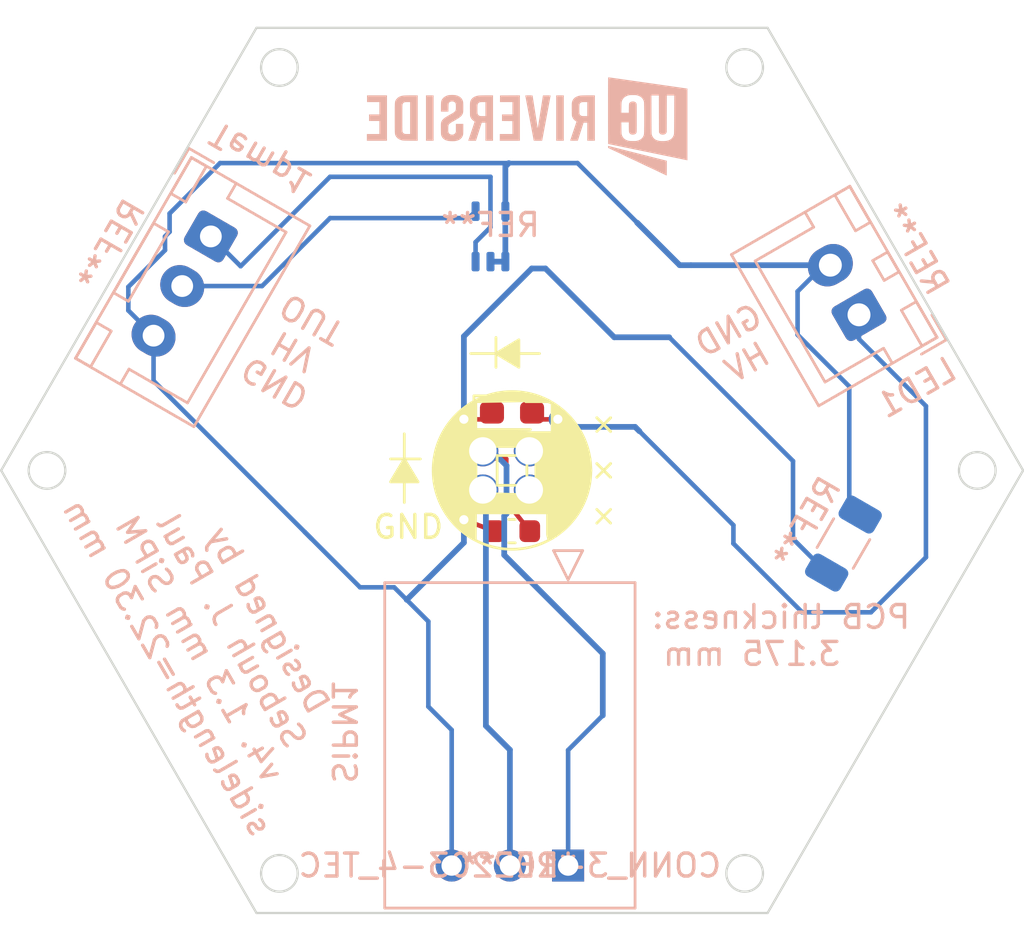
<source format=kicad_pcb>
(kicad_pcb (version 20240108) (generator "pcbnew") (generator_version "8.0")
  (layers (0 "F.Cu" signal) (31 "B.Cu" signal) (34 "B.Paste" user) (35 "F.Paste" user) (36 "B.SilkS" user "B.Silkscreen") (37 "F.SilkS" user "F.Silkscreen") (38 "B.Mask" user) (39 "F.Mask" user) (44 "Edge.Cuts" user))
  (net 0 "")
  (net 1 "SiPM_C")
  (net 2 "SiPM_A")
  (net 3 "LED_A")
  (net 4 "LED_C")
  (net 5 "GND")
  (net 6 "TMP_OUT")
  (net 7 "TMP_VDD")
  (footprint "SiPM:S14160-1315PS_dimple_silkscreen_with_LED_and_capacitor_POGO" (layer "F.Cu") (at 103.74 58.01)
    (property "Reference" "REF**" (hide yes))
    (property "Value" "S14160-3015PS" (hide yes))
    (fp_line (start -2.1 -2.235) (end -0.875 -2.22) (stroke (width 0.2)) (layer "F.Cu"))
    (fp_line (start -1.2725 -0.55) (end -0.25 -0.5) (stroke (width 0.2)) (layer "F.Cu"))
    (fp_line (start -0.775 2.65) (end -2.100004 2.15001) (stroke (width 0.2)) (layer "F.Cu"))
    (fp_line (start -0.25 -0.5) (end -0.25 1.35) (stroke (width 0.2)) (layer "F.Cu"))
    (fp_line (start -0.25 1.35) (end 0.775 2.65) (stroke (width 0.2)) (layer "F.Cu"))
    (fp_line (start 0.875 -2.22) (end 2 -2.235) (stroke (width 0.2)) (layer "F.Cu"))
    (fp_line (start -5.3 -0.5) (end -4 -0.5) (stroke (width 0.12)) (layer "F.SilkS"))
    (fp_line (start -4.7 -1.6) (end -4.7 1.4) (stroke (width 0.12)) (layer "F.SilkS"))
    (fp_line (start -1.8 -5.1) (end 1.2 -5.1) (stroke (width 0.12)) (layer "F.SilkS"))
    (fp_line (start -1.66 -3.255) (end -1.66 -1.785) (stroke (width 0.12)) (layer "F.SilkS"))
    (fp_line (start -1.66 -1.785) (end 0.8 -1.785) (stroke (width 0.12)) (layer "F.SilkS"))
    (fp_line (start -1.58 1.05) (end -1.58 -1.05) (stroke (width 0.12)) (layer "F.SilkS"))
    (fp_line (start -1.58 1.05) (end 1.05 1.05) (stroke (width 0.12)) (layer "F.SilkS"))
    (fp_line (start -0.7 -4.5) (end -0.7 -5.8) (stroke (width 0.12)) (layer "F.SilkS"))
    (fp_line (start -0.14058 2.14) (end 0.14058 2.14) (stroke (width 0.12)) (layer "F.SilkS"))
    (fp_line (start -0.14058 3.16) (end 0.14058 3.16) (stroke (width 0.12)) (layer "F.SilkS"))
    (fp_line (start 0.6 -3) (end 1.65 -3) (stroke (width 0.12)) (layer "F.SilkS"))
    (fp_line (start 0.8 -3.255) (end -1.66 -3.255) (stroke (width 0.12)) (layer "F.SilkS"))
    (fp_line (start 1.05 -1.05) (end -1.58 -1.05) (stroke (width 0.12)) (layer "F.SilkS"))
    (fp_line (start 1.05 -1.05) (end 1.05 1.05) (stroke (width 0.12)) (layer "F.SilkS"))
    (fp_line (start 1.1 -3.2) (end 1.7 -2.95) (stroke (width 0.12)) (layer "F.SilkS"))
    (fp_line (start 1.6 -3.05) (end 0.9 -3.05) (stroke (width 0.12)) (layer "F.SilkS"))
    (fp_line (start 3.7 -2.3) (end 4 -2) (stroke (width 0.12)) (layer "F.SilkS"))
    (fp_line (start 3.7 -0.3) (end 4 0) (stroke (width 0.12)) (layer "F.SilkS"))
    (fp_line (start 4 -2) (end 3.7 -2.3) (stroke (width 0.12)) (layer "F.SilkS"))
    (fp_line (start 4 -2) (end 3.7 -1.7) (stroke (width 0.12)) (layer "F.SilkS"))
    (fp_line (start 4 -2) (end 4.3 -2.3) (stroke (width 0.12)) (layer "F.SilkS"))
    (fp_line (start 4 -2) (end 4.3 -1.7) (stroke (width 0.12)) (layer "F.SilkS"))
    (fp_line (start 4 0) (end 3.7 -0.3) (stroke (width 0.12)) (layer "F.SilkS"))
    (fp_line (start 4 0) (end 3.7 0.3) (stroke (width 0.12)) (layer "F.SilkS"))
    (fp_line (start 4 0) (end 4.3 -0.3) (stroke (width 0.12)) (layer "F.SilkS"))
    (fp_line (start 4 0) (end 4.3 0.3) (stroke (width 0.12)) (layer "F.SilkS"))
    (fp_line (start 4 2) (end 3.7 1.7) (stroke (width 0.12)) (layer "F.SilkS"))
    (fp_line (start 4 2) (end 3.7 2.3) (stroke (width 0.12)) (layer "F.SilkS"))
    (fp_line (start 4 2) (end 4.3 1.7) (stroke (width 0.12)) (layer "F.SilkS"))
    (fp_line (start 4 2) (end 4.3 2.3) (stroke (width 0.12)) (layer "F.SilkS"))
    (fp_line (start 4.3 -2.3) (end 4 -2) (stroke (width 0.12)) (layer "F.SilkS"))
    (fp_line (start 4.3 -1.7) (end 4 -2) (stroke (width 0.12)) (layer "F.SilkS"))
    (fp_line (start 4.3 -0.3) (end 4 0) (stroke (width 0.12)) (layer "F.SilkS"))
    (fp_line (start 4.3 0.3) (end 4 0) (stroke (width 0.12)) (layer "F.SilkS"))
    (fp_rect (start -0.65 -0.65) (end 0.65 0.65) (stroke (width 0.12)) (fill none) (layer "F.SilkS"))
    (fp_circle (center 0 0) (end 3.44 0) (stroke (width 0.12)) (fill none) (layer "F.SilkS"))
    (fp_poly (pts (xy -4.7 -0.5) (xy -5.3 0.5) (xy -4.1 0.5)) (stroke (width 0.12)) (fill solid) (layer "F.SilkS"))
    (fp_poly (pts (xy -0.7 -5.1) (xy 0.3 -4.5) (xy 0.3 -5.7)) (stroke (width 0.12)) (fill solid) (layer "F.SilkS"))
    (fp_poly (pts (xy -1.5 1) (xy -1.5 1.85) (xy 1.6 1.85) (xy 1.8 1.1)) (stroke (width 0.12)) (fill solid) (layer "F.SilkS"))
    (fp_poly (pts (xy 1.05 1.05) (xy 1.8 1.1) (xy 1.7 -1.2) (xy 1.05 -1.05)) (stroke (width 0.12)) (fill solid) (layer "F.SilkS"))
    (fp_poly (pts (xy 0.8 -1.65) (xy 1.9 -1.65) (xy 1.7 -1.05) (xy -1.58 -1.05) (xy -1.66 -1.785)) (stroke (width 0.12)) (fill solid) (layer "F.SilkS"))
    (fp_poly (pts (xy 1.1 -3.2) (xy 1.15 -3.05) (xy -1.58 -3) (xy -1.1 -3.2) (xy -0.4 -3.4) (xy 0.2 -3.4)) (stroke (width 0.12)) (fill solid) (layer "F.SilkS"))
    (fp_poly (pts (xy -1.58 1.05) (xy 1.05 1.05) (xy -1.58 1.05) (xy -1.6 2.8) (xy -1.6 3) (xy -1.9 2.8) (xy -2.4 2.4) (xy -2.8 1.9) (xy -3.2 1.2) (xy -3.4 0.4) (xy -3.4 -0.2) (xy -3.2 -1.2) (xy -2.8 -1.9) (xy -2.3 -2.5) (xy -1.58 -3)) (stroke (width 0.12)) (fill solid) (layer "F.SilkS"))
    (fp_poly (pts (xy 1.75 -2.9) (xy 2.1 -2.7) (xy 2.5 -2.3) (xy 2.9 -1.8) (xy 3.1 -1.4) (xy 3.2 -1.2) (xy 3.4 -0.5) (xy 3.44 0) (xy 3.375 0.6) (xy 3.2 1.2) (xy 2.8 1.9) (xy 2.2 2.6) (xy 1.6 3) (xy 1.55 2.8) (xy 1.55 1.4) (xy 1.75 -1.4)) (stroke (width 0.12)) (fill solid) (layer "F.SilkS"))
    (fp_text user "GND" (at -6.15 3.05 0) (layer "F.SilkS") (effects (justify left bottom)))
    (pad "3" thru_hole circle (at 0.7525 -0.85) (size 1.35 1.35) (drill 1.2) (layers "*.Cu" "*.Mask"))
    (pad "4" thru_hole circle (at 0.7525 0.85) (size 1.35 1.35) (drill 1.2) (layers "*.Cu" "*.Mask"))
    (pad "5" thru_hole circle (at -2.1 -2.235) (size 0.8 0.8) (drill 0.4) (layers "*.Cu") (net 4 "LED_C"))
    (pad "5" smd roundrect (at -0.875 -2.52) (size 1.05 0.95) (layers "F.Cu" "F.Paste" "F.Mask") (net 4 "LED_C"))
    (pad "6" smd roundrect (at 0.875 -2.52) (size 1.05 0.95) (layers "F.Cu" "F.Paste" "F.Mask") (net 3 "LED_A"))
    (pad "6" thru_hole circle (at 2 -2.235) (size 0.8 0.8) (drill 0.4) (layers "*.Cu") (net 3 "LED_A"))
    (pad "7" thru_hole circle (at -1.2725 -0.85) (size 1.35 1.35) (drill 1.2) (layers "*.Cu" "*.Mask") (net 1 "SiPM_C"))
    (pad "7" smd roundrect (at 0.775 2.65) (size 0.9 0.95) (layers "F.Cu" "F.Paste" "F.Mask") (net 1 "SiPM_C"))
    (pad "8" thru_hole circle (at -1.2725 0.85) (size 1.35 1.35) (drill 1.2) (layers "*.Cu" "*.Mask") (net 2 "SiPM_A"))
    (pad "9" thru_hole circle (at -2.1 2.15) (size 0.8 0.8) (drill 0.4) (layers "*.Cu") (net 5 "GND"))
    (pad "9" smd roundrect (at -0.775 2.65) (size 0.9 0.95) (layers "F.Cu" "F.Paste" "F.Mask") (net 5 "GND"))
  )
  (footprint "Sensor:LM94021QBIMG-NOPB" (layer "B.Cu") (at 102.8 47.8 180)
    (property "Reference" "REF**" (at 0 0.5 0) (layer "B.SilkS") (effects (justify mirror)))
    (property "Value" "LM94021QBIMG-NOPB")
    (pad "1" smd roundrect (at -0.65 -1.1 180) (size 0.35 0.85) (layers "B.Cu" "B.Paste" "B.Mask") (net 5 "GND"))
    (pad "2" smd roundrect (at 0 -1.1 180) (size 0.35 0.85) (layers "B.Cu" "B.Paste" "B.Mask") (net 5 "GND"))
    (pad "3" smd roundrect (at 0.65 -1.1 180) (size 0.35 0.85) (layers "B.Cu" "B.Paste" "B.Mask") (net 6 "TMP_OUT"))
    (pad "4" smd roundrect (at 0.65 1.1 180) (size 0.35 0.85) (layers "B.Cu" "B.Paste" "B.Mask") (net 7 "TMP_VDD"))
    (pad "5" smd roundrect (at -0.65 1.1 180) (size 0.35 0.85) (layers "B.Cu" "B.Paste" "B.Mask") (net 5 "GND"))
  )
  (footprint "Connector_JST:JST_XH_B3B-XH-A_1x03_P2.50mm_Vertical" (layer "B.Cu") (at 90.6 47.8 -120)
    (property "Reference" "REF**" (at 2.5 3.55 60) (layer "B.SilkS") (effects (justify mirror)))
    (property "Value" "JST_XH_B3B-XH-A_1x03_P2.50mm_Vertical")
    (fp_line (start 7.56 2.46) (end -2.56 2.46) (stroke (width 0.12)) (layer "B.SilkS"))
    (fp_line (start 7.55 2.45) (end 5.75 2.45) (stroke (width 0.12)) (layer "B.SilkS"))
    (fp_line (start 7.55 1.7) (end 7.55 2.45) (stroke (width 0.12)) (layer "B.SilkS"))
    (fp_line (start 5.75 2.45) (end 5.75 1.7) (stroke (width 0.12)) (layer "B.SilkS"))
    (fp_line (start 5.75 1.7) (end 7.55 1.7) (stroke (width 0.12)) (layer "B.SilkS"))
    (fp_line (start 4.25 2.45) (end 0.75 2.45) (stroke (width 0.12)) (layer "B.SilkS"))
    (fp_line (start 7.55 0.2) (end 6.8 0.2) (stroke (width 0.12)) (layer "B.SilkS"))
    (fp_line (start 4.25 1.7) (end 4.25 2.45) (stroke (width 0.12)) (layer "B.SilkS"))
    (fp_line (start 6.8 0.2) (end 6.8 -2.75) (stroke (width 0.12)) (layer "B.SilkS"))
    (fp_line (start 0.75 2.45) (end 0.75 1.7) (stroke (width 0.12)) (layer "B.SilkS"))
    (fp_line (start 0.75 1.7) (end 4.25 1.7) (stroke (width 0.12)) (layer "B.SilkS"))
    (fp_line (start -0.75 2.45) (end -2.55 2.45) (stroke (width 0.12)) (layer "B.SilkS"))
    (fp_line (start -1.6 2.75) (end -2.85 2.75) (stroke (width 0.12)) (layer "B.SilkS"))
    (fp_line (start -0.75 1.7) (end -0.75 2.45) (stroke (width 0.12)) (layer "B.SilkS"))
    (fp_line (start 6.8 -2.75) (end 2.5 -2.75) (stroke (width 0.12)) (layer "B.SilkS"))
    (fp_line (start -2.85 2.75) (end -2.85 1.5) (stroke (width 0.12)) (layer "B.SilkS"))
    (fp_line (start -2.56 2.46) (end -2.56 -3.51) (stroke (width 0.12)) (layer "B.SilkS"))
    (fp_line (start -2.55 2.45) (end -2.55 1.7) (stroke (width 0.12)) (layer "B.SilkS"))
    (fp_line (start 7.56 -3.51) (end 7.56 2.46) (stroke (width 0.12)) (layer "B.SilkS"))
    (fp_line (start -2.55 1.7) (end -0.75 1.7) (stroke (width 0.12)) (layer "B.SilkS"))
    (fp_line (start -1.8 0.2) (end -1.8 -2.75) (stroke (width 0.12)) (layer "B.SilkS"))
    (fp_line (start -2.55 0.2) (end -1.8 0.2) (stroke (width 0.12)) (layer "B.SilkS"))
    (fp_line (start -1.8 -2.75) (end 2.5 -2.75) (stroke (width 0.12)) (layer "B.SilkS"))
    (fp_line (start -2.56 -3.51) (end 7.56 -3.51) (stroke (width 0.12)) (layer "B.SilkS"))
    (pad "1" thru_hole roundrect (at 0 0 240) (size 1.7 1.95) (drill 0.95) (layers "*.Cu" "*.Mask") (roundrect_rratio 0.1470588235) (net 6 "TMP_OUT"))
    (pad "2" thru_hole oval (at 2.5 0 240) (size 1.7 1.95) (drill 0.95) (layers "*.Cu" "*.Mask") (net 7 "TMP_VDD"))
    (pad "3" thru_hole oval (at 5 0 240) (size 1.7 1.95) (drill 0.95) (layers "*.Cu" "*.Mask") (net 5 "GND"))
  )
  (footprint "AMPMODU:3-102203-4" (layer "B.Cu") (at 106.1875 75.2501 180)
    (property "Reference" "REF**" (at 2.54 0 0) (layer "B.SilkS") (effects (justify mirror)))
    (property "Value" "CONN_3-102203-4_TEC" (at 2.54 0 0) (layer "B.SilkS") (effects (justify mirror)))
    (fp_line (start 8.001 12.3444) (end -2.921 12.3444) (stroke (width 0.12)) (layer "B.SilkS"))
    (fp_line (start 8.001 -1.8542) (end 8.001 12.3444) (stroke (width 0.12)) (layer "B.SilkS"))
    (fp_line (start 0.635 13.7414) (end 0 12.4714) (stroke (width 0.12)) (layer "B.SilkS"))
    (fp_line (start 0 12.4714) (end -0.635 13.7414) (stroke (width 0.12)) (layer "B.SilkS"))
    (fp_line (start -0.635 13.7414) (end 0.635 13.7414) (stroke (width 0.12)) (layer "B.SilkS"))
    (fp_line (start -2.921 12.3444) (end -2.921 -1.8542) (stroke (width 0.12)) (layer "B.SilkS"))
    (fp_line (start -2.921 -1.8542) (end 8.001 -1.8542) (stroke (width 0.12)) (layer "B.SilkS"))
    (fp_text user "*" (at 0 0 0) (layer "B.SilkS") (effects (justify mirror)))
    (pad "1" thru_hole rect (at 0 0 180) (size 1.397 1.397) (drill 0.889) (layers "*.Cu" "*.Mask") (net 1 "SiPM_C"))
    (pad "2" thru_hole circle (at 2.54 0 180) (size 1.397 1.397) (drill 0.889) (layers "*.Cu" "*.Mask") (net 2 "SiPM_A"))
    (pad "3" thru_hole circle (at 5.08 0 180) (size 1.397 1.397) (drill 0.889) (layers "*.Cu" "*.Mask") (net 5 "GND"))
  )
  (footprint "Resistor_SMD:R_1206_3216Metric" (layer "B.Cu") (at 118.2 61.2 -120)
    (property "Reference" "REF**" (at 0 1.82 60) (layer "B.SilkS") (effects (justify mirror)))
    (property "Value" "R_1206_3216Metric")
    (fp_line (start -0.727064 0.91) (end 0.727064 0.91) (stroke (width 0.12)) (layer "B.SilkS"))
    (fp_line (start -0.727064 -0.91) (end 0.727064 -0.91) (stroke (width 0.12)) (layer "B.SilkS"))
    (pad "1" smd roundrect (at -1.4625 0 240) (size 1.125 1.75) (layers "B.Cu" "B.Paste" "B.Mask") (roundrect_rratio 0.222222) (net 5 "GND"))
    (pad "2" smd roundrect (at 1.4625 0 240) (size 1.125 1.75) (layers "B.Cu" "B.Paste" "B.Mask") (roundrect_rratio 0.222222) (net 4 "LED_C"))
  )
  (footprint "Connector_JST:JST_XH_B2B-XH-A_1x02_P2.50mm_Vertical" (layer "B.Cu") (at 118.879664 51.220032 120)
    (property "Reference" "REF**" (at 1.25 3.55 120) (layer "B.SilkS") (effects (justify mirror)))
    (property "Value" "JST_XH_B2B-XH-A_1x02_P2.50mm_Vertical")
    (fp_line (start 5.06 -3.51) (end 5.060001 2.46) (stroke (width 0.12)) (layer "B.SilkS"))
    (fp_line (start 4.3 -2.75) (end 1.25 -2.75) (stroke (width 0.12)) (layer "B.SilkS"))
    (fp_line (start 5.05 0.2) (end 4.3 0.2) (stroke (width 0.12)) (layer "B.SilkS"))
    (fp_line (start 4.3 0.2) (end 4.3 -2.75) (stroke (width 0.12)) (layer "B.SilkS"))
    (fp_line (start -2.56 -3.51) (end 5.06 -3.51) (stroke (width 0.12)) (layer "B.SilkS"))
    (fp_line (start -1.8 -2.75) (end 1.25 -2.75) (stroke (width 0.12)) (layer "B.SilkS"))
    (fp_line (start 5.05 1.7) (end 5.05 2.45) (stroke (width 0.12)) (layer "B.SilkS"))
    (fp_line (start 5.05 2.45) (end 3.25 2.45) (stroke (width 0.12)) (layer "B.SilkS"))
    (fp_line (start 5.060001 2.46) (end -2.56 2.46) (stroke (width 0.12)) (layer "B.SilkS"))
    (fp_line (start 3.25 1.7) (end 5.05 1.7) (stroke (width 0.12)) (layer "B.SilkS"))
    (fp_line (start 3.25 2.45) (end 3.25 1.7) (stroke (width 0.12)) (layer "B.SilkS"))
    (fp_line (start 1.75 1.7) (end 1.75 2.45) (stroke (width 0.12)) (layer "B.SilkS"))
    (fp_line (start -1.8 0.2) (end -1.8 -2.75) (stroke (width 0.12)) (layer "B.SilkS"))
    (fp_line (start 0.75 1.7) (end 1.75 1.7) (stroke (width 0.12)) (layer "B.SilkS"))
    (fp_line (start 1.75 2.45) (end 0.75 2.45) (stroke (width 0.12)) (layer "B.SilkS"))
    (fp_line (start -2.55 0.2) (end -1.8 0.2) (stroke (width 0.12)) (layer "B.SilkS"))
    (fp_line (start 0.75 2.45) (end 0.75 1.7) (stroke (width 0.12)) (layer "B.SilkS"))
    (fp_line (start -0.75 1.7) (end -0.75 2.45) (stroke (width 0.12)) (layer "B.SilkS"))
    (fp_line (start -0.75 2.45) (end -2.55 2.45) (stroke (width 0.12)) (layer "B.SilkS"))
    (fp_line (start -2.55 1.7) (end -0.75 1.7) (stroke (width 0.12)) (layer "B.SilkS"))
    (fp_line (start -1.6 2.75) (end -2.85 2.75) (stroke (width 0.12)) (layer "B.SilkS"))
    (fp_line (start -2.55 2.45) (end -2.55 1.7) (stroke (width 0.12)) (layer "B.SilkS"))
    (fp_line (start -2.56 2.46) (end -2.56 -3.51) (stroke (width 0.12)) (layer "B.SilkS"))
    (fp_line (start -2.85 2.75) (end -2.85 1.5) (stroke (width 0.12)) (layer "B.SilkS"))
    (pad "1" thru_hole roundrect (at 0 0 120) (size 1.7 2) (drill 1) (layers "*.Cu" "*.Mask") (roundrect_rratio 0.1470588235) (net 3 "LED_A"))
    (pad "2" thru_hole oval (at 2.5 0 120) (size 1.7 2) (drill 1) (layers "*.Cu" "*.Mask") (net 5 "GND"))
  )
  (footprint "Symbol:UCR_logo_1.4cm" (layer "B.Cu") (at 104.4 43 180)
    (property "Reference" "G***" (hide yes))
    (property "Value" "LOGO" (hide yes))
    (fp_poly (pts (xy 4.413867 -0.626341) (xy 4.082274 -0.626341) (xy 4.082274 1.355846) (xy 4.413867 1.355846)) (fill solid) (layer "B.SilkS"))
    (fp_poly (pts (xy -1.267421 -0.626341) (xy -1.599014 -0.626341) (xy -1.599014 1.355846) (xy -1.267421 1.355846)) (fill solid) (layer "B.SilkS"))
    (fp_poly (pts (xy 6.985552 1.061097) (xy 6.447635 1.061097) (xy 6.447635 0.52318) (xy 6.897128 0.52318) (xy 6.897128 0.2358) (xy 6.447635 0.2358) (xy 6.447635 -0.331592) (xy 6.992921 -0.331592) (xy 6.992921 -0.626341) (xy 6.116043 -0.626341) (xy 6.116043 1.355846) (xy 6.985552 1.355846)) (fill solid) (layer "B.SilkS"))
    (fp_poly (pts (xy 0.749768 1.354063) (xy 1.18268 1.352162) (xy 1.184678 1.206629) (xy 1.186676 1.061097) (xy 0.641079 1.061097) (xy 0.641079 0.52318) (xy 1.09794 0.52318) (xy 1.09794 0.236013) (xy 0.871352 0.234064) (xy 0.644763 0.232115) (xy 0.642833 -0.049739) (xy 0.640904 -0.331592) (xy 1.193733 -0.331592) (xy 1.193733 -0.626341) (xy 0.316855 -0.626341) (xy 0.316855 1.355964)) (fill solid) (layer "B.SilkS"))
    (fp_poly (pts (xy -3.531431 -0.856149) (xy -3.529851 -0.872059) (xy -3.52962 -0.890684) (xy -3.531192 -0.918885) (xy -3.535574 -0.936614) (xy -3.538831 -0.940819) (xy -3.54683 -0.944834) (xy -3.567304 -0.954723) (xy -3.599463 -0.970114) (xy -3.642519 -0.990634) (xy -3.695682 -1.015912) (xy -3.758163 -1.045573) (xy -3.829174 -1.079247) (xy -3.907926 -1.11656) (xy -3.993629 -1.15714) (xy -4.085495 -1.200615) (xy -4.182735 -1.246612) (xy -4.284559 -1.294758) (xy -4.390179 -1.344682) (xy -4.498806 -1.396011) (xy -4.60965 -1.448371) (xy -4.721923 -1.501392) (xy -4.834836 -1.5547) (xy -4.9476 -1.607924) (xy -5.059425 -1.660689) (xy -5.169524 -1.712625) (xy -5.277106 -1.763358) (xy -5.381383 -1.812517) (xy -5.481566 -1.859728) (xy -5.576866 -1.904619) (xy -5.666494 -1.946818) (xy -5.749661 -1.985953) (xy -5.825578 -2.02165) (xy -5.893455 -2.053537) (xy -5.952505 -2.081243) (xy -6.001938 -2.104394) (xy -6.040965 -2.122618) (xy -6.068798 -2.135543) (xy -6.084646 -2.142796) (xy -6.088185 -2.144299) (xy -6.089384 -2.137179) (xy -6.090499 -2.11681) (xy -6.091503 -2.084683) (xy -6.092369 -2.042286) (xy -6.09307 -1.991109) (xy -6.093581 -1.932642) (xy -6.093875 -1.868372) (xy -6.093937 -1.820971) (xy -6.093937 -1.497643) (xy -6.044198 -1.485237) (xy -6.025771 -1.48061) (xy -5.994623 -1.472752) (xy -5.951643 -1.461887) (xy -5.897717 -1.44824) (xy -5.833732 -1.432037) (xy -5.760574 -1.413503) (xy -5.679131 -1.392863) (xy -5.590289 -1.370341) (xy -5.494935 -1.346163) (xy -5.393955 -1.320554) (xy -5.288237 -1.29374) (xy -5.178668 -1.265944) (xy -5.066133 -1.237393) (xy -4.951521 -1.20831) (xy -4.835717 -1.178923) (xy -4.719609 -1.149454) (xy -4.604082 -1.12013) (xy -4.490025 -1.091176) (xy -4.378324 -1.062816) (xy -4.269866 -1.035276) (xy -4.165537 -1.008781) (xy -4.066224 -0.983556) (xy -3.972814 -0.959826) (xy -3.886194 -0.937815) (xy -3.807251 -0.91775) (xy -3.736871 -0.899855) (xy -3.675941 -0.884355) (xy -3.625348 -0.871475) (xy -3.585979 -0.861441) (xy -3.55872 -0.854477) (xy -3.544459 -0.850809) (xy -3.542516 -0.850293) (xy -3.535335 -0.849886)) (fill solid) (layer "B.SilkS"))
    (fp_poly (pts (xy 1.762967 1.355786) (xy 1.828408 1.35557) (xy 1.89197 1.354984) (xy 1.951474 1.354075) (xy 2.004739 1.352891) (xy 2.049587 1.351479) (xy 2.083835 1.349888) (xy 2.103771 1.348343) (xy 2.192516 1.333145) (xy 2.270184 1.308577) (xy 2.336655 1.274708) (xy 2.391805 1.231606) (xy 2.435511 1.179342) (xy 2.451938 1.151872) (xy 2.46334 1.129604) (xy 2.472734 1.108466) (xy 2.480295 1.086803) (xy 2.486199 1.062957) (xy 2.490622 1.035271) (xy 2.49374 1.002088) (xy 2.495728 0.96175) (xy 2.496762 0.9126) (xy 2.497018 0.852982) (xy 2.496673 0.781237) (xy 2.496271 0.733973) (xy 2.495583 0.663071) (xy 2.494901 0.605258) (xy 2.494124 0.558887) (xy 2.493149 0.522311) (xy 2.491875 0.493883) (xy 2.490199 0.471954) (xy 2.48802 0.454878) (xy 2.485237 0.441006) (xy 2.481747 0.428693) (xy 2.477449 0.416289) (xy 2.476479 0.41364) (xy 2.448246 0.356096) (xy 2.408613 0.302754) (xy 2.360918 0.257836) (xy 2.343255 0.245098) (xy 2.32034 0.22929) (xy 2.302826 0.216208) (xy 2.293861 0.208232) (xy 2.293351 0.207406) (xy 2.295285 0.199573) (xy 2.301557 0.179021) (xy 2.311762 0.146987) (xy 2.325494 0.104705) (xy 2.342348 0.053411) (xy 2.361917 -0.005662) (xy 2.383796 -0.071277) (xy 2.40758 -0.142199) (xy 2.431224 -0.212346) (xy 2.571105 -0.626341) (xy 2.233942 -0.626341) (xy 2.207932 -0.547128) (xy 2.199645 -0.521662) (xy 2.1876 -0.484327) (xy 2.172493 -0.437299) (xy 2.155021 -0.382756) (xy 2.135883 -0.322874) (xy 2.115776 -0.259833) (xy 2.096399 -0.198955) (xy 2.076599 -0.136715) (xy 2.057622 -0.077105) (xy 2.040069 -0.022011) (xy 2.02454 0.02668) (xy 2.011638 0.067082) (xy 2.001964 0.097309) (xy 1.996119 0.115475) (xy 1.99593 0.116058) (xy 1.980985 0.162112) (xy 1.820075 0.162112) (xy 1.820075 -0.626341) (xy 1.488482 -0.626341) (xy 1.488482 1.061097) (xy 1.820075 1.061097) (xy 1.820075 0.449493) (xy 1.928764 0.449534) (xy 1.969822 0.450071) (xy 2.007888 0.451518) (xy 2.039438 0.453673) (xy 2.06095 0.456337) (xy 2.065287 0.457304) (xy 2.101244 0.474393) (xy 2.132247 0.502663) (xy 2.154593 0.538611) (xy 2.156716 0.543787) (xy 2.161034 0.556664) (xy 2.164328 0.571431) (xy 2.166732 0.590185) (xy 2.168377 0.615018) (xy 2.169396 0.648028) (xy 2.169922 0.691308) (xy 2.170088 0.746954) (xy 2.17009 0.755295) (xy 2.169797 0.819834) (xy 2.168676 0.871538) (xy 2.166359 0.9123) (xy 2.16248 0.944014) (xy 2.156674 0.968574) (xy 2.148574 0.987876) (xy 2.137814 1.003812) (xy 2.124027 1.018277) (xy 2.118232 1.023508) (xy 2.100707 1.036937) (xy 2.081448 1.046829) (xy 2.057925 1.053685) (xy 2.027612 1.058005) (xy 1.987979 1.060292) (xy 1.936499 1.061044) (xy 1.928764 1.061056) (xy 1.820075 1.061097) (xy 1.488482 1.061097) (xy 1.488482 1.355846)) (fill solid) (layer "B.SilkS"))
    (fp_poly (pts (xy -2.680375 1.355786) (xy -2.614934 1.35557) (xy -2.551372 1.354984) (xy -2.491868 1.354075) (xy -2.438603 1.352891) (xy -2.393755 1.351479) (xy -2.359507 1.349888) (xy -2.339571 1.348343) (xy -2.250779 1.333072) (xy -2.173023 1.308298) (xy -2.106406 1.274097) (xy -2.051028 1.230547) (xy -2.006991 1.177725) (xy -1.974396 1.115707) (xy -1.956066 1.057137) (xy -1.952945 1.041559) (xy -1.950469 1.023557) (xy -1.948591 1.001493) (xy -1.947263 0.973725) (xy -1.94644 0.938614) (xy -1.946075 0.894519) (xy -1.946122 0.839802) (xy -1.946532 0.77282) (xy -1.946865 0.733672) (xy -1.947531 0.662902) (xy -1.948187 0.605236) (xy -1.948937 0.559045) (xy -1.949882 0.522696) (xy -1.951125 0.494558) (xy -1.952768 0.472999) (xy -1.954915 0.456387) (xy -1.957667 0.443091) (xy -1.961128 0.43148) (xy -1.965399 0.419921) (xy -1.966809 0.416333) (xy -1.997879 0.35226) (xy -2.03684 0.299215) (xy -2.08582 0.254665) (xy -2.124036 0.229064) (xy -2.140874 0.21767) (xy -2.150663 0.208541) (xy -2.151669 0.206279) (xy -2.149374 0.198347) (xy -2.142767 0.177711) (xy -2.132266 0.145623) (xy -2.118287 0.103339) (xy -2.101247 0.052111) (xy -2.081563 -0.006807) (xy -2.059651 -0.072161) (xy -2.035928 -0.142697) (xy -2.015347 -0.203732) (xy -1.990428 -0.277707) (xy -1.966978 -0.347629) (xy -1.945418 -0.412231) (xy -1.926163 -0.470246) (xy -1.909632 -0.520406) (xy -1.896243 -0.561446) (xy -1.886414 -0.592096) (xy -1.880563 -0.611092) (xy -1.879026 -0.617074) (xy -1.881833 -0.620231) (xy -1.891269 -0.622551) (xy -1.908854 -0.624105) (xy -1.936107 -0.624962) (xy -1.974549 -0.62519) (xy -2.025699 -0.624858) (xy -2.045621 -0.624638) (xy -2.212216 -0.622657) (xy -2.311031 -0.31317) (xy -2.332817 -0.244908) (xy -2.354175 -0.177932) (xy -2.374478 -0.114209) (xy -2.393101 -0.055706) (xy -2.409418 -0.004391) (xy -2.422803 0.037768) (xy -2.432629 0.068806) (xy -2.43591 0.079214) (xy -2.461974 0.162112) (xy -2.623267 0.162112) (xy -2.623267 -0.626341) (xy -2.95486 -0.626341) (xy -2.95486 1.061097) (xy -2.623267 1.061097) (xy -2.623267 0.449493) (xy -2.514578 0.449534) (xy -2.473568 0.450062) (xy -2.435596 0.451486) (xy -2.40417 0.453607) (xy -2.382796 0.456228) (xy -2.378486 0.457186) (xy -2.341547 0.474584) (xy -2.310219 0.503083) (xy -2.290788 0.533928) (xy -2.286616 0.544479) (xy -2.283389 0.556798) (xy -2.280991 0.572823) (xy -2.279301 0.594491) (xy -2.278203 0.623739) (xy -2.277576 0.662506) (xy -2.277304 0.712728) (xy -2.277261 0.755295) (xy -2.277443 0.81997) (xy -2.278219 0.871745) (xy -2.27993 0.912457) (xy -2.282918 0.94394) (xy -2.287525 0.968032) (xy -2.294093 0.986567) (xy -2.302963 1.001382) (xy -2.314478 1.014311) (xy -2.327698 1.026117) (xy -2.345049 1.038716) (xy -2.364492 1.047978) (xy -2.388541 1.054373) (xy -2.419709 1.058371) (xy -2.460509 1.060442) (xy -2.513453 1.061055) (xy -2.514578 1.061056) (xy -2.623267 1.061097) (xy -2.95486 1.061097) (xy -2.95486 1.355846)) (fill solid) (layer "B.SilkS"))
    (fp_poly (pts (xy 5.045735 1.355786) (xy 5.139792 1.355458) (xy 5.220651 1.354399) (xy 5.289841 1.352428) (xy 5.34889 1.349366) (xy 5.399327 1.34503) (xy 5.442681 1.339241) (xy 5.480481 1.331817) (xy 5.514256 1.322579) (xy 5.545535 1.311345) (xy 5.575846 1.297934) (xy 5.588595 1.29164) (xy 5.62735 1.266808) (xy 5.666788 1.232701) (xy 5.702348 1.193815) (xy 5.729471 1.154649) (xy 5.731812 1.150388) (xy 5.739342 1.136237) (xy 5.745982 1.123127) (xy 5.751789 1.110083) (xy 5.756818 1.096131) (xy 5.761126 1.080297) (xy 5.764768 1.061607) (xy 5.7678 1.039086) (xy 5.770278 1.011761) (xy 5.772258 0.978658) (xy 5.773795 0.938801) (xy 5.774946 0.891218) (xy 5.775766 0.834934) (xy 5.776312 0.768974) (xy 5.776639 0.692365) (xy 5.776802 0.604132) (xy 5.776858 0.503301) (xy 5.776864 0.388899) (xy 5.776863 0.364752) (xy 5.776863 0.247585) (xy 5.776824 0.144179) (xy 5.776688 0.053559) (xy 5.7764 -0.025251) (xy 5.775902 -0.093226) (xy 5.775138 -0.151342) (xy 5.77405 -0.200575) (xy 5.77258 -0.241901) (xy 5.770674 -0.276295) (xy 5.768272 -0.304733) (xy 5.765319 -0.32819) (xy 5.761757 -0.347643) (xy 5.75753 -0.364068) (xy 5.75258 -0.378438) (xy 5.746851 -0.391732) (xy 5.740285 -0.404924) (xy 5.732825 -0.41899) (xy 5.730887 -0.42262) (xy 5.692708 -0.478734) (xy 5.642644 -0.526392) (xy 5.581057 -0.565338) (xy 5.508309 -0.595314) (xy 5.474134 -0.605266) (xy 5.458313 -0.609172) (xy 5.442686 -0.612416) (xy 5.425687 -0.615077) (xy 5.405749 -0.617233) (xy 5.381306 -0.618964) (xy 5.350792 -0.620348) (xy 5.312639 -0.621464) (xy 5.265282 -0.622391) (xy 5.207155 -0.623208) (xy 5.13669 -0.623994) (xy 5.093632 -0.624426) (xy 4.774934 -0.627558) (xy 4.774934 1.061097) (xy 5.106527 1.061097) (xy 5.106527 -0.331592) (xy 5.211531 -0.331551) (xy 5.251931 -0.331004) (xy 5.289333 -0.329532) (xy 5.320134 -0.327345) (xy 5.34073 -0.324649) (xy 5.34394 -0.323899) (xy 5.380879 -0.306501) (xy 5.412206 -0.278002) (xy 5.431638 -0.247157) (xy 5.434115 -0.24107) (xy 5.436271 -0.233786) (xy 5.438127 -0.2243) (xy 5.439707 -0.211606) (xy 5.441032 -0.194699) (xy 5.442124 -0.172574) (xy 5.443006 -0.144225) (xy 5.443701 -0.108648) (xy 5.444229 -0.064837) (xy 5.444614 -0.011787) (xy 5.444877 0.051508) (xy 5.445042 0.126052) (xy 5.445129 0.212851) (xy 5.445162 0.312911) (xy 5.445165 0.364752) (xy 5.44515 0.471385) (xy 5.445091 0.564285) (xy 5.444966 0.644458) (xy 5.444751 0.71291) (xy 5.444426 0.770645) (xy 5.443968 0.818669) (xy 5.443355 0.857987) (xy 5.442563 0.889604) (xy 5.441572 0.914526) (xy 5.440359 0.933758) (xy 5.438902 0.948305) (xy 5.437178 0.959172) (xy 5.435166 0.967365) (xy 5.432842 0.973889) (xy 5.431638 0.976661) (xy 5.408433 1.011894) (xy 5.376107 1.039096) (xy 5.34394 1.053404) (xy 5.326552 1.056196) (xy 5.298032 1.058534) (xy 5.261984 1.06021) (xy 5.222011 1.061015) (xy 5.211531 1.061056) (xy 5.106527 1.061097) (xy 4.774934 1.061097) (xy 4.774934 1.355846)) (fill solid) (layer "B.SilkS"))
    (fp_poly (pts (xy -0.021082 1.355625) (xy 0.020969 1.354912) (xy 0.050873 1.353636) (xy 0.069922 1.351723) (xy 0.079407 1.3491) (xy 0.081056 1.346966) (xy 0.079714 1.338779) (xy 0.075793 1.316956) (xy 0.069452 1.282341) (xy 0.060848 1.235779) (xy 0.05014 1.178115) (xy 0.037484 1.110193) (xy 0.023038 1.032859) (xy 0.006962 0.946956) (xy -0.010588 0.853329) (xy -0.029454 0.752824) (xy -0.049477 0.646285) (xy -0.0705 0.534556) (xy -0.092366 0.418483) (xy -0.103163 0.361214) (xy -0.125369 0.243419) (xy -0.14681 0.129607) (xy -0.167328 0.020619) (xy -0.186766 -0.082703) (xy -0.204965 -0.179521) (xy -0.221769 -0.268992) (xy -0.237018 -0.350276) (xy -0.250557 -0.422533) (xy -0.262226 -0.484921) (xy -0.271868 -0.5366) (xy -0.279326 -0.57673) (xy -0.284443 -0.604469) (xy -0.287059 -0.618977) (xy -0.287381 -0.620999) (xy -0.29442 -0.622459) (xy -0.314224 -0.623767) (xy -0.344819 -0.624866) (xy -0.384233 -0.625698) (xy -0.430491 -0.626206) (xy -0.471599 -0.626341) (xy -0.521953 -0.626137) (xy -0.56706 -0.62556) (xy -0.604946 -0.62467) (xy -0.633638 -0.623524) (xy -0.651163 -0.622178) (xy -0.655817 -0.620982) (xy -0.657158 -0.613226) (xy -0.661075 -0.591829) (xy -0.66741 -0.557631) (xy -0.676007 -0.511474) (xy -0.686707 -0.454198) (xy -0.699353 -0.386643) (xy -0.713787 -0.309651) (xy -0.729851 -0.224063) (xy -0.747388 -0.130717) (xy -0.76624 -0.030457) (xy -0.78625 0.075879) (xy -0.807259 0.187449) (xy -0.82911 0.303413) (xy -0.840035 0.361361) (xy -0.862249 0.479235) (xy -0.883697 0.593171) (xy -0.904221 0.702325) (xy -0.923664 0.805853) (xy -0.941867 0.90291) (xy -0.958673 0.992651) (xy -0.973925 1.074231) (xy -0.987463 1.146805) (xy -0.999131 1.20953) (xy -1.00877 1.26156) (xy -1.016222 1.302051) (xy -1.021331 1.330158) (xy -1.023937 1.345036) (xy -1.024253 1.347234) (xy -1.020576 1.350219) (xy -1.008668 1.352394) (xy -0.987209 1.353814) (xy -0.954884 1.354534) (xy -0.910375 1.354607) (xy -0.856849 1.354142) (xy -0.689445 1.352162) (xy -0.578291 0.639462) (xy -0.562569 0.538852) (xy -0.54744 0.442402) (xy -0.533061 0.351103) (xy -0.519592 0.265947) (xy -0.507191 0.187927) (xy -0.496018 0.118034) (xy -0.48623 0.05726) (xy -0.477988 0.006597) (xy -0.471449 -0.032962) (xy -0.466772 -0.060427) (xy -0.464117 -0.074804) (xy -0.463603 -0.07677) (xy -0.461995 -0.070163) (xy -0.458301 -0.049977) (xy -0.45268 -0.0172) (xy -0.44529 0.027183) (xy -0.436292 0.082183) (xy -0.425843 0.146815) (xy -0.414104 0.220092) (xy -0.401234 0.301027) (xy -0.387391 0.388633) (xy -0.372735 0.481923) (xy -0.357426 0.579911) (xy -0.351 0.621191) (xy -0.335418 0.72133) (xy -0.320421 0.817536) (xy -0.306172 0.908785) (xy -0.292832 0.994053) (xy -0.280562 1.072314) (xy -0.269523 1.142544) (xy -0.259876 1.203717) (xy -0.251782 1.25481) (xy -0.245403 1.294797) (xy -0.2409 1.322654) (xy -0.238433 1.337356) (xy -0.238067 1.339266) (xy -0.236476 1.344733) (xy -0.23334 1.348842) (xy -0.226776 1.351788) (xy -0.214898 1.353765) (xy -0.195822 1.354966) (xy -0.167661 1.355584) (xy -0.128533 1.355813) (xy -0.076573 1.355846)) (fill solid) (layer "B.SilkS"))
    (fp_poly (pts (xy 3.320101 1.373283) (xy 3.379039 1.369711) (xy 3.429638 1.363005) (xy 3.441195 1.360669) (xy 3.510717 1.339623) (xy 3.575087 1.30911) (xy 3.63202 1.270684) (xy 3.679229 1.225899) (xy 3.714428 1.176308) (xy 3.715559 1.174236) (xy 3.728255 1.149289) (xy 3.738381 1.125223) (xy 3.746225 1.099972) (xy 3.752072 1.071465) (xy 3.75621 1.037636) (xy 3.758926 0.996416) (xy 3.760506 0.945736) (xy 3.761236 0.883528) (xy 3.76138 0.84372) (xy 3.761734 0.644764) (xy 3.43751 0.644764) (xy 3.433826 0.817929) (xy 3.43241 0.877523) (xy 3.430711 0.924371) (xy 3.428297 0.960462) (xy 3.42474 0.987787) (xy 3.419607 1.008336) (xy 3.41247 1.024098) (xy 3.402896 1.037063) (xy 3.390457 1.049223) (xy 3.382281 1.056252) (xy 3.347352 1.076948) (xy 3.305721 1.088156) (xy 3.261145 1.090098) (xy 3.217383 1.082997) (xy 3.178195 1.067078) (xy 3.147338 1.042564) (xy 3.147069 1.042259) (xy 3.131129 1.019608) (xy 3.119141 0.99481) (xy 3.117414 0.989453) (xy 3.114178 0.969398) (xy 3.11185 0.938181) (xy 3.110426 0.899352) (xy 3.109904 0.856458) (xy 3.110278 0.813049) (xy 3.111546 0.772671) (xy 3.113703 0.738874) (xy 3.116747 0.715206) (xy 3.117701 0.711082) (xy 3.127176 0.68798) (xy 3.143708 0.664582) (xy 3.168433 0.63998) (xy 3.202488 0.613263) (xy 3.247009 0.583521) (xy 3.303134 0.549845) (xy 3.356859 0.51962) (xy 3.434958 0.475884) (xy 3.500929 0.437189) (xy 3.556088 0.40254) (xy 3.601754 0.370942) (xy 3.639242 0.341402) (xy 3.66987 0.312924) (xy 3.694954 0.284516) (xy 3.715812 0.255181) (xy 3.723255 0.242987) (xy 3.734524 0.22256) (xy 3.743655 0.202497) (xy 3.750845 0.181037) (xy 3.756288 0.15642) (xy 3.760182 0.126885) (xy 3.762723 0.090674) (xy 3.764105 0.046025) (xy 3.764527 -0.008821) (xy 3.764183 -0.075625) (xy 3.763714 -0.120181) (xy 3.762888 -0.186162) (xy 3.762044 -0.239204) (xy 3.761059 -0.281104) (xy 3.759811 -0.31366) (xy 3.758181 -0.338669) (xy 3.756045 -0.357929) (xy 3.753282 -0.373238) (xy 3.749771 -0.386394) (xy 3.745389 -0.399193) (xy 3.744721 -0.401) (xy 3.71432 -0.465367) (xy 3.674585 -0.519115) (xy 3.624807 -0.562841) (xy 3.564279 -0.597141) (xy 3.492294 -0.622612) (xy 3.477286 -0.626497) (xy 3.437936 -0.633804) (xy 3.388134 -0.639545) (xy 3.3321 -0.643541) (xy 3.274053 -0.645616) (xy 3.218213 -0.645592) (xy 3.168801 -0.643291) (xy 3.142761 -0.640577) (xy 3.058685 -0.623494) (xy 2.985497 -0.596799) (xy 2.923348 -0.560613) (xy 2.872387 -0.515057) (xy 2.832762 -0.460256) (xy 2.804625 -0.396329) (xy 2.793639 -0.355178) (xy 2.791109 -0.33526) (xy 2.788974 -0.302203) (xy 2.787289 -0.257599) (xy 2.786103 -0.203043) (xy 2.785471 -0.140129) (xy 2.785378 -0.102799) (xy 2.785378 0.110531) (xy 3.109602 0.110531) (xy 3.109602 -0.240525) (xy 3.129866 -0.280532) (xy 3.156274 -0.317472) (xy 3.192195 -0.343354) (xy 3.237042 -0.357855) (xy 3.275399 -0.361067) (xy 3.326439 -0.355149) (xy 3.368984 -0.337609) (xy 3.402449 -0.308773) (xy 3.420931 -0.280532) (xy 3.428215 -0.265644) (xy 3.433504 -0.252316) (xy 3.437118 -0.237871) (xy 3.439375 -0.219636) (xy 3.440594 -0.194935) (xy 3.441095 -0.161094) (xy 3.441195 -0.115438) (xy 3.441195 -0.110522) (xy 3.440707 -0.0532) (xy 3.438872 -0.008236) (xy 3.435131 0.026728) (xy 3.428925 0.054051) (xy 3.419696 0.07609) (xy 3.406886 0.095204) (xy 3.389936 0.11375) (xy 3.387516 0.116128) (xy 3.371404 0.129102) (xy 3.344314 0.147774) (xy 3.308252 0.170871) (xy 3.265227 0.197122) (xy 3.217246 0.225254) (xy 3.198027 0.236232) (xy 3.119435 0.281424) (xy 3.052907 0.321211) (xy 2.997214 0.356559) (xy 2.95113 0.388433) (xy 2.913426 0.417796) (xy 2.882877 0.445614) (xy 2.858254 0.472852) (xy 2.838331 0.500475) (xy 2.82188 0.529446) (xy 2.819854 0.533523) (xy 2.810258 0.554293) (xy 2.802632 0.574422) (xy 2.79675 0.595913) (xy 2.792389 0.620775) (xy 2.789325 0.65101) (xy 2.787333 0.688626) (xy 2.786189 0.735628) (xy 2.785669 0.79402) (xy 2.785558 0.840329) (xy 2.785687 0.906117) (xy 2.786259 0.959007) (xy 2.787356 1.000836) (xy 2.789061 1.033439) (xy 2.791456 1.058651) (xy 2.794624 1.078309) (xy 2.796665 1.087182) (xy 2.82134 1.155894) (xy 2.857682 1.215654) (xy 2.905562 1.266345) (xy 2.964851 1.307847) (xy 3.035419 1.340044) (xy 3.092107 1.357141) (xy 3.138827 1.365649) (xy 3.195437 1.371205) (xy 3.257381 1.373765)) (fill solid) (layer "B.SilkS"))
    (fp_poly (pts (xy -3.538697 2.142681) (xy -3.537559 2.137445) (xy -3.536517 2.12802) (xy -3.535567 2.113836) (xy -3.534705 2.094321) (xy -3.533928 2.068904) (xy -3.533231 2.037015) (xy -3.53261 1.998082) (xy -3.532061 1.951534) (xy -3.53158 1.8968) (xy -3.531163 1.83331) (xy -3.530806 1.760492) (xy -3.530505 1.677776) (xy -3.530256 1.58459) (xy -3.530055 1.480363) (xy -3.529897 1.364524) (xy -3.529779 1.236502) (xy -3.529697 1.095727) (xy -3.529646 0.941627) (xy -3.529623 0.773632) (xy -3.52962 0.688976) (xy -3.529642 0.543671) (xy -3.529707 0.402343) (xy -3.529811 0.265694) (xy -3.529954 0.134426) (xy -3.530133 0.009241) (xy -3.530345 -0.109159) (xy -3.53059 -0.220073) (xy -3.530864 -0.322797) (xy -3.531166 -0.416631) (xy -3.531493 -0.500872) (xy -3.531843 -0.574818) (xy -3.532215 -0.637767) (xy -3.532606 -0.689017) (xy -3.533013 -0.727867) (xy -3.533436 -0.753613) (xy -3.533871 -0.765555) (xy -3.534017 -0.766347) (xy -3.541538 -0.767815) (xy -3.562854 -0.772133) (xy -3.597325 -0.779167) (xy -3.644313 -0.788788) (xy -3.703179 -0.800863) (xy -3.773284 -0.815261) (xy -3.85399 -0.831851) (xy -3.944657 -0.850501) (xy -4.044648 -0.871079) (xy -4.153323 -0.893455) (xy -4.270043 -0.917496) (xy -4.394171 -0.943071) (xy -4.525066 -0.970049) (xy -4.662092 -0.998299) (xy -4.804607 -1.027688) (xy -4.951975 -1.058085) (xy -5.103556 -1.089359) (xy -5.201191 -1.109508) (xy -5.35598 -1.141452) (xy -5.507428 -1.172707) (xy -5.654866 -1.203135) (xy -5.797624 -1.232596) (xy -5.935032 -1.260952) (xy -6.066419 -1.288066) (xy -6.191118 -1.313799) (xy -6.308456 -1.338013) (xy -6.417765 -1.36057) (xy -6.518375 -1.381331) (xy -6.609616 -1.400159) (xy -6.690818 -1.416914) (xy -6.761312 -1.431459) (xy -6.820427 -1.443656) (xy -6.867493 -1.453367) (xy -6.901842 -1.460452) (xy -6.922802 -1.464775) (xy -6.928445 -1.465937) (xy -6.992922 -1.479207) (xy -6.992922 1.348477) (xy -6.418863 1.348477) (xy -6.416092 0.517653) (xy -6.415601 0.381444) (xy -6.415078 0.259302) (xy -6.414513 0.150557) (xy -6.413899 0.054541) (xy -6.413224 -0.029417) (xy -6.41248 -0.101986) (xy -6.411658 -0.163837) (xy -6.410747 -0.215639) (xy -6.40974 -0.258062) (xy -6.408626 -0.291776) (xy -6.407395 -0.31745) (xy -6.40604 -0.335755) (xy -6.40455 -0.34736) (xy -6.403982 -0.350014) (xy -6.379244 -0.42144) (xy -6.343768 -0.482804) (xy -6.297515 -0.534143) (xy -6.240446 -0.575493) (xy -6.172519 -0.60689) (xy -6.102241 -0.626632) (xy -6.051589 -0.634448) (xy -5.991244 -0.639233) (xy -5.925937 -0.640978) (xy -5.860397 -0.639676) (xy -5.799356 -0.635322) (xy -5.747544 -0.627906) (xy -5.743923 -0.627177) (xy -5.666571 -0.605925) (xy -5.600881 -0.576181) (xy -5.545975 -0.537195) (xy -5.500975 -0.488217) (xy -5.465004 -0.4285) (xy -5.440771 -0.368436) (xy -5.438688 -0.361562) (xy -5.436825 -0.353593) (xy -5.435167 -0.343694) (xy -5.433701 -0.331029) (xy -5.43241 -0.314764) (xy -5.43128 -0.294064) (xy -5.430296 -0.268093) (xy -5.429443 -0.236016) (xy -5.428707 -0.196999) (xy -5.428072 -0.150205) (xy -5.427523 -0.0948) (xy -5.427046 -0.029949) (xy -5.426625 0.045183) (xy -5.426246 0.131432) (xy -5.425894 0.229632) (xy -5.425554 0.340619) (xy -5.425434 0.384282) (xy -5.107775 0.384282) (xy -5.107727 0.293023) (xy -5.107481 0.20278) (xy -5.107035 0.114868) (xy -5.106391 0.030598) (xy -5.105549 -0.048717) (xy -5.104507 -0.121763) (xy -5.103265 -0.187229) (xy -5.101824 -0.2438) (xy -5.100184 -0.290166) (xy -5.098343 -0.325012) (xy -5.096303 -0.347026) (xy -5.095434 -0.351932) (xy -5.072507 -0.421158) (xy -5.038515 -0.480962) (xy -4.993308 -0.531468) (xy -4.936739 -0.572802) (xy -4.86866 -0.605087) (xy -4.788923 -0.62845) (xy -4.761444 -0.633967) (xy -4.742911 -0.635857) (xy -4.712776 -0.637243) (xy -4.674171 -0.638056) (xy -4.630226 -0.638225) (xy -4.590717 -0.637804) (xy -4.538235 -0.636605) (xy -4.497525 -0.634906) (xy -4.465621 -0.632424) (xy -4.439558 -0.628876) (xy -4.416371 -0.62398) (xy -4.400393 -0.619635) (xy -4.32618 -0.592578) (xy -4.26416 -0.557914) (xy -4.213414 -0.514766) (xy -4.173025 -0.462256) (xy -4.142074 -0.399509) (xy -4.128678 -0.360102) (xy -4.125291 -0.345849) (xy -4.122484 -0.32714) (xy -4.120173 -0.302401) (xy -4.118279 -0.270057) (xy -4.116719 -0.228534) (xy -4.11541 -0.176257) (xy -4.114273 -0.111652) (xy -4.11371 -0.071845) (xy -4.110418 0.17685) (xy -4.435974 0.17685) (xy -4.435974 -0.014374) (xy -4.436304 -0.074127) (xy -4.437247 -0.128325) (xy -4.438728 -0.174901) (xy -4.440674 -0.211784) (xy -4.443012 -0.236905) (xy -4.444137 -0.243663) (xy -4.459971 -0.28548) (xy -4.486816 -0.318783) (xy -4.523177 -0.342851) (xy -4.567556 -0.356964) (xy -4.618459 -0.360404) (xy -4.671625 -0.353101) (xy -4.712982 -0.33684) (xy -4.746478 -0.309971) (xy -4.768207 -0.277182) (xy -4.770669 -0.271202) (xy -4.77282 -0.26417) (xy -4.774681 -0.255108) (xy -4.776271 -0.243035) (xy -4.777613 -0.226971) (xy -4.778727 -0.205937) (xy -4.779635 -0.178951) (xy -4.780357 -0.145034) (xy -4.780914 -0.103207) (xy -4.781328 -0.052488) (xy -4.781619 0.008102) (xy -4.781809 0.079542) (xy -4.781919 0.162814) (xy -4.781969 0.258897) (xy -4.78198 0.364752) (xy -4.781968 0.474136) (xy -4.781916 0.569762) (xy -4.781804 0.65261) (xy -4.781611 0.723662) (xy -4.781316 0.783895) (xy -4.780897 0.834292) (xy -4.780335 0.875831) (xy -4.779607 0.909493) (xy -4.778692 0.936258) (xy -4.777571 0.957105) (xy -4.776221 0.973016) (xy -4.774621 0.984969) (xy -4.772751 0.993945) (xy -4.77059 1.000924) (xy -4.768207 1.006687) (xy -4.744618 1.041478) (xy -4.710532 1.067731) (xy -4.671625 1.082605) (xy -4.616879 1.089711) (xy -4.566165 1.085642) (xy -4.521383 1.07112) (xy -4.484435 1.046864) (xy -4.457219 1.013595) (xy -4.449707 0.998463) (xy -4.446239 0.983398) (xy -4.443329 0.95576) (xy -4.440947 0.915018) (xy -4.439063 0.860643) (xy -4.437646 0.792104) (xy -4.437561 0.786612) (xy -4.434691 0.596867) (xy -4.110309 0.596867) (xy -4.113605 0.819771) (xy -4.114752 0.887479) (xy -4.116054 0.942222) (xy -4.117614 0.985772) (xy -4.119536 1.019901) (xy -4.121925 1.046382) (xy -4.124886 1.066987) (xy -4.128522 1.083488) (xy -4.129292 1.086287) (xy -4.155066 1.15451) (xy -4.191121 1.21302) (xy -4.237993 1.262322) (xy -4.296221 1.302915) (xy -4.366341 1.335304) (xy -4.411663 1.350236) (xy -4.433594 1.356156) (xy -4.454439 1.360499) (xy -4.477063 1.363502) (xy -4.504333 1.365402) (xy -4.539115 1.366437) (xy -4.584274 1.366843) (xy -4.612823 1.366885) (xy -4.664384 1.366717) (xy -4.704092 1.366053) (xy -4.734829 1.364649) (xy -4.759478 1.362265) (xy -4.78092 1.358659) (xy -4.802038 1.353588) (xy -4.815204 1.349901) (xy -4.891927 1.321771) (xy -4.956725 1.285111) (xy -5.009883 1.239647) (xy -5.051682 1.185108) (xy -5.082405 1.12122) (xy -5.09525 1.079813) (xy -5.097375 1.064008) (xy -5.099302 1.03478) (xy -5.101033 0.993441) (xy -5.102567 0.941305) (xy -5.103904 0.879683) (xy -5.105043 0.809889) (xy -5.105985 0.733236) (xy -5.10673 0.651036) (xy -5.107276 0.564602) (xy -5.107625 0.475246) (xy -5.107775 0.384282) (xy -5.425434 0.384282) (xy -5.425211 0.465227) (xy -5.425093 0.510285) (xy -5.422906 1.348477) (xy -5.74729 1.348477) (xy -5.749291 0.547128) (xy -5.751291 -0.254221) (xy -5.767704 -0.284917) (xy -5.79087 -0.317257) (xy -5.821511 -0.33945) (xy -5.862339 -0.353335) (xy -5.871319 -0.355157) (xy -5.927538 -0.36036) (xy -5.977461 -0.354375) (xy -6.019738 -0.337682) (xy -6.05302 -0.310763) (xy -6.071398 -0.283898) (xy -6.090253 -0.247257) (xy -6.094377 1.348477) (xy -6.418863 1.348477) (xy -6.992922 1.348477) (xy -6.992922 1.649424) (xy -6.972658 1.653598) (xy -6.963232 1.655086) (xy -6.940067 1.658531) (xy -6.903945 1.66382) (xy -6.855646 1.670841) (xy -6.795951 1.679485) (xy -6.725641 1.689637) (xy -6.645496 1.701188) (xy -6.556298 1.714025) (xy -6.458827 1.728037) (xy -6.353863 1.743113) (xy -6.242188 1.75914) (xy -6.124583 1.776007) (xy -6.001827 1.793602) (xy -5.874703 1.811814) (xy -5.743991 1.830531) (xy -5.610471 1.849642) (xy -5.474924 1.869035) (xy -5.338131 1.888598) (xy -5.200873 1.90822) (xy -5.063931 1.927789) (xy -4.928086 1.947193) (xy -4.794117 1.966322) (xy -4.662807 1.985062) (xy -4.534935 2.003304) (xy -4.411283 2.020934) (xy -4.292631 2.037842) (xy -4.179761 2.053916) (xy -4.073452 2.069043) (xy -3.974486 2.083114) (xy -3.883643 2.096015) (xy -3.801705 2.107636) (xy -3.729451 2.117865) (xy -3.667664 2.12659) (xy -3.617123 2.133699) (xy -3.578609 2.139081) (xy -3.552904 2.142625) (xy -3.540787 2.144218) (xy -3.539936 2.1443)) (fill solid) (layer "B.SilkS"))
  )
  (gr_circle (center 93.59 75.59) (end 94.39 75.59) (stroke (width 0.1)) (fill none) (layer "Edge.Cuts"))
  (gr_circle (center 83.45 58.01) (end 84.25 58.01) (stroke (width 0.1)) (fill none) (layer "Edge.Cuts"))
  (gr_line (start 92.59 38.7) (end 81.45 58.01) (stroke (width 0.1)) (layer "Edge.Cuts"))
  (gr_circle (center 113.89 75.59) (end 114.69 75.59) (stroke (width 0.1)) (fill none) (layer "Edge.Cuts"))
  (gr_line (start 114.89 38.7) (end 92.59 38.7) (stroke (width 0.1)) (layer "Edge.Cuts"))
  (gr_line (start 92.59 77.32) (end 114.89 77.32) (stroke (width 0.1)) (layer "Edge.Cuts"))
  (gr_line (start 81.45 58.01) (end 92.59 77.32) (stroke (width 0.1)) (layer "Edge.Cuts"))
  (gr_line (start 126.04 58.01) (end 114.89 77.32) (stroke (width 0.1)) (layer "Edge.Cuts"))
  (gr_circle (center 124.04 58.01) (end 124.84 58.01) (stroke (width 0.1)) (fill none) (layer "Edge.Cuts"))
  (gr_circle (center 113.89 40.43) (end 114.69 40.43) (stroke (width 0.1)) (fill none) (layer "Edge.Cuts"))
  (gr_circle (center 93.59 40.43) (end 94.39 40.43) (stroke (width 0.1)) (fill none) (layer "Edge.Cuts"))
  (gr_line (start 126.04 58.01) (end 114.89 38.7) (stroke (width 0.1)) (layer "Edge.Cuts"))
  (gr_text "PCB thickness: \n    3.175 mm" (at 121.2 66.6 0) (layer "B.SilkS") (effects (font (size 1 1)) (justify left bottom mirror)))
  (gr_text "Designed by \nSebouh J. Paul\nv4. 1.3 mm SiPM\nsidelength=22.30 mm" (at 90.8 65.4 300) (layer "B.SilkS") (effects (font (size 1 1)) (justify mirror)))
  (gr_text "LED1" (at 121.4 54.4 30) (layer "B.SilkS") (effects (font (size 1 1)) (justify mirror)))
  (gr_text "GND\nHV\nOUT" (at 94.2 52.8 150) (layer "B.SilkS") (effects (font (size 1 1)) (justify mirror)))
  (gr_text "SiPM1" (at 96.4 69.4 -90) (layer "B.SilkS") (effects (font (size 1 1)) (justify mirror)))
  (gr_text "GND\nHV" (at 113.6 52.6 30) (layer "B.SilkS") (effects (font (size 1 1)) (justify mirror)))
  (gr_text "Temp1" (at 92.8 44.4 150) (layer "B.SilkS") (effects (font (size 1 1)) (justify mirror)))
  (segment (start 103.4 61.7) (end 107.7 66) (width 0.25) (layer "B.Cu") (net 1))
  (segment (start 103.4 60) (end 103.4 61.7) (width 0.25) (layer "B.Cu") (net 1))
  (segment (start 102.4675 57.285) (end 102.985 57.285) (width 0.25) (layer "B.Cu") (net 1))
  (segment (start 103.5 59.9) (end 103.4 60) (width 0.25) (layer "B.Cu") (net 1))
  (segment (start 106.1875 75.2501) (end 106.1875 70.2125) (width 0.2) (layer "B.Cu") (net 1))
  (segment (start 102.985 57.285) (end 103.5 57.8) (width 0.25) (layer "B.Cu") (net 1))
  (segment (start 106.1875 70.2125) (end 107.7 68.7) (width 0.2) (layer "B.Cu") (net 1))
  (segment (start 103.5 57.8) (end 103.5 59.9) (width 0.25) (layer "B.Cu") (net 1))
  (segment (start 107.7 66) (end 107.7 68.7) (width 0.25) (layer "B.Cu") (net 1))
  (segment (start 102.6 69.1525) (end 103.6475 70.2) (width 0.25) (layer "B.Cu") (net 2))
  (segment (start 103.6475 70.2) (end 103.6475 75.2501) (width 0.25) (layer "B.Cu") (net 2))
  (segment (start 102.6 58.71) (end 102.6 69.1525) (width 0.25) (layer "B.Cu") (net 2))
  (segment (start 109.3 56.3) (end 113.4 60.4) (width 0.2) (layer "B.Cu") (net 3))
  (segment (start 113.4 61.2) (end 116.4 64.2) (width 0.2) (layer "B.Cu") (net 3))
  (segment (start 116.4 64.2) (end 119.4 64.2) (width 0.2) (layer "B.Cu") (net 3))
  (segment (start 113.4 60.4) (end 113.4 61.2) (width 0.2) (layer "B.Cu") (net 3))
  (segment (start 118.879664 52.279664) (end 118.879664 51.220032) (width 0.2) (layer "B.Cu") (net 3))
  (segment (start 105.74 55.775) (end 106.075 56.11) (width 0.25) (layer "B.Cu") (net 3))
  (segment (start 106.075 56.11) (end 109.11 56.11) (width 0.25) (layer "B.Cu") (net 3))
  (segment (start 109.11 56.11) (end 109.3 56.3) (width 0.25) (layer "B.Cu") (net 3))
  (segment (start 121.8 61.8) (end 121.8 55.2) (width 0.2) (layer "B.Cu") (net 3))
  (segment (start 121.8 55.2) (end 118.879664 52.279664) (width 0.2) (layer "B.Cu") (net 3))
  (segment (start 119.4 64.2) (end 121.8 61.8) (width 0.2) (layer "B.Cu") (net 3))
  (segment (start 118.455 51.644696) (end 118.879664 51.220032) (width 0.2) (layer "B.Cu") (net 3))
  (segment (start 101.64 52.16) (end 104.6 49.2) (width 0.25) (layer "B.Cu") (net 4))
  (segment (start 110.6 52.2) (end 116 57.6) (width 0.2) (layer "B.Cu") (net 4))
  (segment (start 104.6 49.2) (end 105.2 49.2) (width 0.25) (layer "B.Cu") (net 4))
  (segment (start 101.64 55.775) (end 101.64 52.16) (width 0.25) (layer "B.Cu") (net 4))
  (segment (start 105.2 49.2) (end 108.2 52.2) (width 0.25) (layer "B.Cu") (net 4))
  (segment (start 116 60.997812) (end 117.46875 62.466562) (width 0.2) (layer "B.Cu") (net 4))
  (segment (start 108.2 52.2) (end 110.6 52.2) (width 0.25) (layer "B.Cu") (net 4))
  (segment (start 116 57.6) (end 116 60.997812) (width 0.2) (layer "B.Cu") (net 4))
  (segment (start 99.145 63.655) (end 100.09 64.6) (width 0.2) (layer "B.Cu") (net 5))
  (segment (start 118.455 59.457188) (end 118.455 54.345) (width 0.2) (layer "B.Cu") (net 5))
  (segment (start 88.1 54.1) (end 88.1 52.130127) (width 0.2) (layer "B.Cu") (net 5))
  (segment (start 94.7 60.7) (end 88.1 54.1) (width 0.2) (layer "B.Cu") (net 5))
  (segment (start 103.6 44.6) (end 106.6 44.6) (width 0.2) (layer "B.Cu") (net 5))
  (segment (start 116.2 52.09) (end 116.2 50.2) (width 0.2) (layer "B.Cu") (net 5))
  (segment (start 100.09 68.315) (end 101.1075 69.3325) (width 0.2) (layer "B.Cu") (net 5))
  (segment (start 111.545032 49.054968) (end 111.054968 49.054968) (width 0.25) (layer "B.Cu") (net 5))
  (segment (start 97.11 63.11) (end 94.7 60.7) (width 0.2) (layer "B.Cu") (net 5))
  (segment (start 88.8 46.8) (end 91 44.6) (width 0.2) (layer "B.Cu") (net 5))
  (segment (start 111.545032 49.054968) (end 117.629664 49.054968) (width 0.25) (layer "B.Cu") (net 5))
  (segment (start 102.8 48.9) (end 103.45 48.9) (width 0.25) (layer "B.Cu") (net 5))
  (segment (start 103.45 48.9) (end 103.45 46.7) (width 0.25) (layer "B.Cu") (net 5))
  (segment (start 103.45 44.75) (end 103.6 44.6) (width 0.25) (layer "B.Cu") (net 5))
  (segment (start 88.6 48.4) (end 88.6 47.8) (width 0.2) (layer "B.Cu") (net 5))
  (segment (start 88.8 47.6) (end 88.8 46.8) (width 0.2) (layer "B.Cu") (net 5))
  (segment (start 95 61) (end 94.7 60.7) (width 0.2) (layer "B.Cu") (net 5))
  (segment (start 111.054968 49.054968) (end 109.2 47.2) (width 0.25) (layer "B.Cu") (net 5))
  (segment (start 87 50) (end 88.6 48.4) (width 0.2) (layer "B.Cu") (net 5))
  (segment (start 103.45 46.7) (end 103.45 44.75) (width 0.25) (layer "B.Cu") (net 5))
  (segment (start 91 44.6) (end 103.6 44.6) (width 0.2) (layer "B.Cu") (net 5))
  (segment (start 117.345032 49.054968) (end 117.629664 49.054968) (width 0.2) (layer "B.Cu") (net 5))
  (segment (start 101.64 61.16) (end 99.145 63.655) (width 0.25) (layer "B.Cu") (net 5))
  (segment (start 116.2 50.2) (end 117.345032 49.054968) (width 0.2) (layer "B.Cu") (net 5))
  (segment (start 101.1075 75.2501) (end 101.1075 69.3325) (width 0.2) (layer "B.Cu") (net 5))
  (segment (start 98.6 63.11) (end 99.145 63.655) (width 0.2) (layer "B.Cu") (net 5))
  (segment (start 100.09 64.6) (end 100.09 68.315) (width 0.2) (layer "B.Cu") (net 5))
  (segment (start 87 51.030127) (end 87 50) (width 0.2) (layer "B.Cu") (net 5))
  (segment (start 88.1 52.130127) (end 87 51.030127) (width 0.2) (layer "B.Cu") (net 5))
  (segment (start 118.455 54.345) (end 116.2 52.09) (width 0.2) (layer "B.Cu") (net 5))
  (segment (start 98.6 63.11) (end 97.11 63.11) (width 0.2) (layer "B.Cu") (net 5))
  (segment (start 118.93125 59.933438) (end 118.455 59.457188) (width 0.2) (layer "B.Cu") (net 5))
  (segment (start 88.6 47.8) (end 88.8 47.6) (width 0.2) (layer "B.Cu") (net 5))
  (segment (start 101.64 60.16) (end 101.64 61.16) (width 0.25) (layer "B.Cu") (net 5))
  (segment (start 106.6 44.6) (end 109.2 47.2) (width 0.2) (layer "B.Cu") (net 5))
  (segment (start 90.05338 47.25338) (end 91.9 49.1) (width 0.2) (layer "B.Cu") (net 6))
  (segment (start 102.8 47.4) (end 102.15 48.05) (width 0.2) (layer "B.Cu") (net 6))
  (segment (start 91.9 49.1) (end 95.8 45.2) (width 0.2) (layer "B.Cu") (net 6))
  (segment (start 89.927611 47.25338) (end 90.05338 47.25338) (width 0.2) (layer "B.Cu") (net 6))
  (segment (start 95.8 45.2) (end 102.8 45.2) (width 0.2) (layer "B.Cu") (net 6))
  (segment (start 102.8 45.2) (end 102.8 47.4) (width 0.2) (layer "B.Cu") (net 6))
  (segment (start 102.15 48.05) (end 102.15 48.9) (width 0.2) (layer "B.Cu") (net 6))
  (segment (start 101.85 47) (end 102.15 46.7) (width 0.2) (layer "B.Cu") (net 7))
  (segment (start 95.8 47) (end 101.85 47) (width 0.2) (layer "B.Cu") (net 7))
  (segment (start 88.83802 49.453084) (end 89.35 49.965064) (width 0.2) (layer "B.Cu") (net 7))
  (segment (start 89.35 49.965064) (end 92.834936 49.965064) (width 0.2) (layer "B.Cu") (net 7))
  (segment (start 92.834936 49.965064) (end 95.8 47) (width 0.2) (layer "B.Cu") (net 7))
  (segment (start 88.657611 49.453084) (end 88.83802 49.453084) (width 0.2) (layer "B.Cu") (net 7))
)
</source>
